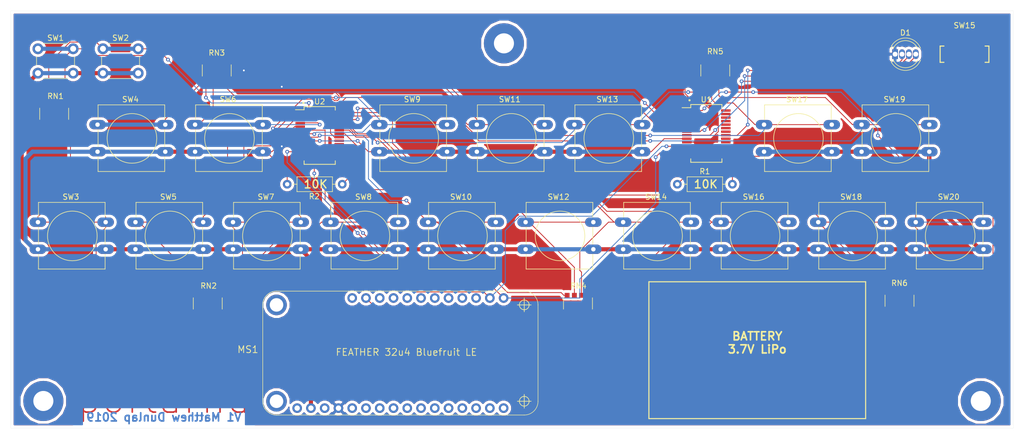
<source format=kicad_pcb>
(kicad_pcb (version 20171130) (host pcbnew "(5.0.2)-1")
  (title_block (title portaMid) (date 2019-02-10) (rev v1) (company Dunlap.Media) (comment 1 "Matthew Dunlap"))
  (layers (0 Top signal) (31 Bottom signal) (36 B.SilkS user) (37 F.SilkS user) (38 B.Mask user) (39 F.Mask user) (44 Edge.Cuts user))
  (net 0 "")
  (net 1 C1)
  (net 2 C#1)
  (net 3 D1)
  (net 4 D#1)
  (net 5 E1)
  (net 6 F1)
  (net 7 F#1)
  (net 8 G1)
  (net 9 +3V3)
  (net 10 GND)
  (net 11 "Net-(U2-Pad11)")
  (net 12 "Net-(MS1-Pad18)")
  (net 13 "Net-(MS1-Pad17)")
  (net 14 "Net-(U2-Pad14)")
  (net 15 "Net-(U2-Pad19)")
  (net 16 "Net-(U2-Pad20)")
  (net 17 G#1)
  (net 18 A1)
  (net 19 A#1)
  (net 20 B1)
  (net 21 C2)
  (net 22 C#2)
  (net 23 D2)
  (net 24 D#2)
  (net 25 "Net-(U1-Pad28)")
  (net 26 "Net-(U1-Pad27)")
  (net 27 "Net-(U1-Pad26)")
  (net 28 "Net-(U1-Pad25)")
  (net 29 "Net-(U1-Pad24)")
  (net 30 "Net-(U1-Pad23)")
  (net 31 "Net-(U1-Pad22)")
  (net 32 "Net-(D1-Pad2)")
  (net 33 "Net-(U1-Pad20)")
  (net 34 "Net-(U1-Pad19)")
  (net 35 "Net-(U1-Pad14)")
  (net 36 "Net-(U1-Pad11)")
  (net 37 "Net-(D1-Pad3)")
  (net 38 "Net-(D1-Pad4)")
  (net 39 OCT+)
  (net 40 OCT-)
  (net 41 E2)
  (net 42 "Net-(MS1-Pad27)")
  (net 43 "Net-(SW15-Pad3)")
  (net 44 "Net-(MS1-Pad1)")
  (net 45 "Net-(MS1-Pad3)")
  (net 46 "Net-(MS1-Pad5)")
  (net 47 "Net-(MS1-Pad6)")
  (net 48 "Net-(MS1-Pad7)")
  (net 49 "Net-(MS1-Pad8)")
  (net 50 "Net-(MS1-Pad9)")
  (net 51 "Net-(MS1-Pad10)")
  (net 52 "Net-(MS1-Pad11)")
  (net 53 "Net-(MS1-Pad12)")
  (net 54 "Net-(MS1-Pad13)")
  (net 55 "Net-(MS1-Pad14)")
  (net 56 "Net-(MS1-Pad15)")
  (net 57 "Net-(MS1-Pad16)")
  (net 58 "Net-(MS1-Pad19)")
  (net 59 "Net-(MS1-Pad20)")
  (net 60 "Net-(MS1-Pad21)")
  (net 61 "Net-(MS1-Pad22)")
  (net 62 "Net-(MS1-Pad23)")
  (net 63 "Net-(MS1-Pad24)")
  (net 64 "Net-(MS1-Pad25)")
  (net 65 "Net-(MS1-Pad26)")
  (net 66 "Net-(MS1-Pad28)")
  (net 67 "Net-(U1-Pad4)")
  (net 68 "Net-(U1-Pad3)")
  (net 69 "Net-(U1-Pad2)")
  (net 70 "Net-(R1-Pad1)")
  (net 71 "Net-(R2-Pad2)")
  (net 72 "Net-(RN1-Pad2)")
  (net 73 "Net-(RN1-Pad3)")
  (net 74 "Net-(RN5-Pad4)")
  (net 75 "Net-(RN6-Pad5)")
  (net 76 "Net-(RN6-Pad6)")
  (module MountingHole:MountingHole_3.7mm_Pad (layer Top) (at 136 74)
    (fp_text reference "" hide)
    (fp_text value MountingHole_3.7mm_Pad)
    (pad 1 thru_hole circle (at 0 0) (size 7.4 7.4) (drill 3.7) (layers *.Cu *.Mask))
  )
  (module MountingHole:MountingHole_3.7mm_Pad (layer Top) (at 51 140)
    (fp_text reference "" hide)
    (fp_text value MountingHole_3.7mm_Pad)
    (pad 1 thru_hole circle (at 0 0) (size 7.4 7.4) (drill 3.7) (layers *.Cu *.Mask))
  )
  (module Resistor_SMD:R_Array_Convex_4x1206 (layer Top) (at 209 121.5 90)
    (fp_text reference RN6 (at 3.25 0) (layer F.SilkS))
    (fp_text value 1K)
    (pad 1 smd rect (at -1.5 -2 90) (size 0.9 0.9) (layers Top F.Paste F.Mask) (net 10 GND))
    (pad 4 smd rect (at -1.5 2 90) (size 0.9 0.9) (layers Top F.Paste F.Mask) (net 10 GND))
    (pad 2 smd rect (at -1.5 -0.66 90) (size 0.9 0.9) (layers Top F.Paste F.Mask) (net 10 GND))
    (pad 3 smd rect (at -1.5 0.66 90) (size 0.9 0.9) (layers Top F.Paste F.Mask) (net 10 GND))
    (pad 7 smd rect (at 1.5 -0.66 90) (size 0.9 0.9) (layers Top F.Paste F.Mask) (net 41 E2))
    (pad 8 smd rect (at 1.5 -2 90) (size 0.9 0.9) (layers Top F.Paste F.Mask) (net 23 D2))
    (pad 5 smd rect (at 1.5 2 90) (size 0.9 0.9) (layers Top F.Paste F.Mask) (net 75 "Net-(RN6-Pad5)"))
    (pad 6 smd rect (at 1.5 0.66 90) (size 0.9 0.9) (layers Top F.Paste F.Mask) (net 76 "Net-(RN6-Pad6)"))
  )
  (module Resistor_THT:R_Axial_DIN0207_L6.3mm_D2.5mm_P10.16mm_Horizontal (layer Top) (at 96 100)
    (fp_text reference R2 (at 5 2.25) (layer F.SilkS))
    (fp_text value 10K)
    (pad 2 thru_hole oval (at 10.16 0) (size 1.6 1.6) (drill 0.8) (layers *.Cu *.Mask) (net 71 "Net-(R2-Pad2)"))
    (pad 1 thru_hole circle (at 0 0) (size 1.6 1.6) (drill 0.8) (layers *.Cu *.Mask) (net 9 +3V3))
  )
  (module Resistor_THT:R_Axial_DIN0207_L6.3mm_D2.5mm_P10.16mm_Horizontal (layer Top) (at 168 100)
    (fp_text reference R1 (at 5.08 -2.37) (layer F.SilkS))
    (fp_text value 10K)
    (pad 1 thru_hole circle (at 0 0) (size 1.6 1.6) (drill 0.8) (layers *.Cu *.Mask) (net 70 "Net-(R1-Pad1)"))
    (pad 2 thru_hole oval (at 10.16 0) (size 1.6 1.6) (drill 0.8) (layers *.Cu *.Mask) (net 9 +3V3))
  )
  (module Resistor_SMD:R_Array_Convex_4x1206 (layer Top) (at 175 79 90)
    (fp_text reference RN5 (at 3.5 0) (layer F.SilkS))
    (fp_text value 1K)
    (pad 1 smd rect (at -1.5 -2 90) (size 0.9 0.9) (layers Top F.Paste F.Mask) (net 19 A#1))
    (pad 4 smd rect (at -1.5 2 90) (size 0.9 0.9) (layers Top F.Paste F.Mask) (net 74 "Net-(RN5-Pad4)"))
    (pad 2 smd rect (at -1.5 -0.66 90) (size 0.9 0.9) (layers Top F.Paste F.Mask) (net 22 C#2))
    (pad 3 smd rect (at -1.5 0.66 90) (size 0.9 0.9) (layers Top F.Paste F.Mask) (net 24 D#2))
    (pad 7 smd rect (at 1.5 -0.66 90) (size 0.9 0.9) (layers Top F.Paste F.Mask) (net 10 GND))
    (pad 8 smd rect (at 1.5 -2 90) (size 0.9 0.9) (layers Top F.Paste F.Mask) (net 10 GND))
    (pad 5 smd rect (at 1.5 2 90) (size 0.9 0.9) (layers Top F.Paste F.Mask) (net 10 GND))
    (pad 6 smd rect (at 1.5 0.66 90) (size 0.9 0.9) (layers Top F.Paste F.Mask) (net 10 GND))
  )
  (module Resistor_SMD:R_Array_Convex_4x1206 (layer Top) (at 149.66 122 90)
    (fp_text reference RN4 (at 3.25 0.09) (layer F.SilkS))
    (fp_text value 1K)
    (pad 6 smd rect (at 1.5 0.66 90) (size 0.9 0.9) (layers Top F.Paste F.Mask) (net 20 B1))
    (pad 5 smd rect (at 1.5 2 90) (size 0.9 0.9) (layers Top F.Paste F.Mask) (net 21 C2))
    (pad 8 smd rect (at 1.5 -2 90) (size 0.9 0.9) (layers Top F.Paste F.Mask) (net 8 G1))
    (pad 7 smd rect (at 1.5 -0.66 90) (size 0.9 0.9) (layers Top F.Paste F.Mask) (net 18 A1))
    (pad 3 smd rect (at -1.5 0.66 90) (size 0.9 0.9) (layers Top F.Paste F.Mask) (net 10 GND))
    (pad 2 smd rect (at -1.5 -0.66 90) (size 0.9 0.9) (layers Top F.Paste F.Mask) (net 10 GND))
    (pad 4 smd rect (at -1.5 2 90) (size 0.9 0.9) (layers Top F.Paste F.Mask) (net 10 GND))
    (pad 1 smd rect (at -1.5 -2 90) (size 0.9 0.9) (layers Top F.Paste F.Mask) (net 10 GND))
  )
  (module Resistor_SMD:R_Array_Convex_4x1206 (layer Top) (at 83 79 90)
    (fp_text reference RN3 (at 3.25 0) (layer F.SilkS))
    (fp_text value 1K)
    (pad 1 smd rect (at -1.5 -2 90) (size 0.9 0.9) (layers Top F.Paste F.Mask) (net 2 C#1))
    (pad 4 smd rect (at -1.5 2 90) (size 0.9 0.9) (layers Top F.Paste F.Mask) (net 17 G#1))
    (pad 2 smd rect (at -1.5 -0.66 90) (size 0.9 0.9) (layers Top F.Paste F.Mask) (net 4 D#1))
    (pad 3 smd rect (at -1.5 0.66 90) (size 0.9 0.9) (layers Top F.Paste F.Mask) (net 7 F#1))
    (pad 7 smd rect (at 1.5 -0.66 90) (size 0.9 0.9) (layers Top F.Paste F.Mask) (net 10 GND))
    (pad 8 smd rect (at 1.5 -2 90) (size 0.9 0.9) (layers Top F.Paste F.Mask) (net 10 GND))
    (pad 5 smd rect (at 1.5 2 90) (size 0.9 0.9) (layers Top F.Paste F.Mask) (net 10 GND))
    (pad 6 smd rect (at 1.5 0.66 90) (size 0.9 0.9) (layers Top F.Paste F.Mask) (net 10 GND))
  )
  (module Resistor_SMD:R_Array_Convex_4x1206 (layer Top) (at 81.34 122 90)
    (fp_text reference RN2 (at 3.25 0.16) (layer F.SilkS))
    (fp_text value 1K)
    (pad 6 smd rect (at 1.5 0.66 90) (size 0.9 0.9) (layers Top F.Paste F.Mask) (net 5 E1))
    (pad 5 smd rect (at 1.5 2 90) (size 0.9 0.9) (layers Top F.Paste F.Mask) (net 6 F1))
    (pad 8 smd rect (at 1.5 -2 90) (size 0.9 0.9) (layers Top F.Paste F.Mask) (net 1 C1))
    (pad 7 smd rect (at 1.5 -0.66 90) (size 0.9 0.9) (layers Top F.Paste F.Mask) (net 3 D1))
    (pad 3 smd rect (at -1.5 0.66 90) (size 0.9 0.9) (layers Top F.Paste F.Mask) (net 10 GND))
    (pad 2 smd rect (at -1.5 -0.66 90) (size 0.9 0.9) (layers Top F.Paste F.Mask) (net 10 GND))
    (pad 4 smd rect (at -1.5 2 90) (size 0.9 0.9) (layers Top F.Paste F.Mask) (net 10 GND))
    (pad 1 smd rect (at -1.5 -2 90) (size 0.9 0.9) (layers Top F.Paste F.Mask) (net 10 GND))
  )
  (module Resistor_SMD:R_Array_Convex_4x1206 (layer Top) (at 53 87 270)
    (fp_text reference RN1 (at -3.25 -0.25 180) (layer F.SilkS))
    (fp_text value 1K)
    (pad 1 smd rect (at -1.5 -2 270) (size 0.9 0.9) (layers Top F.Paste F.Mask) (net 40 OCT-))
    (pad 4 smd rect (at -1.5 2 270) (size 0.9 0.9) (layers Top F.Paste F.Mask) (net 39 OCT+))
    (pad 2 smd rect (at -1.5 -0.66 270) (size 0.9 0.9) (layers Top F.Paste F.Mask) (net 72 "Net-(RN1-Pad2)"))
    (pad 3 smd rect (at -1.5 0.66 270) (size 0.9 0.9) (layers Top F.Paste F.Mask) (net 73 "Net-(RN1-Pad3)"))
    (pad 7 smd rect (at 1.5 -0.66 270) (size 0.9 0.9) (layers Top F.Paste F.Mask) (net 10 GND))
    (pad 8 smd rect (at 1.5 -2 270) (size 0.9 0.9) (layers Top F.Paste F.Mask) (net 10 GND))
    (pad 5 smd rect (at 1.5 2 270) (size 0.9 0.9) (layers Top F.Paste F.Mask) (net 10 GND))
    (pad 6 smd rect (at 1.5 0.66 270) (size 0.9 0.9) (layers Top F.Paste F.Mask) (net 10 GND))
  )
  (module adafruit:FEATHERWING (layer Top) (at 91.49 142.59)
    (fp_text reference MS1 (at -2.74 -12.09) (layer F.SilkS) (effects (font (size 1.27 1.27))))
    (fp_text value "FEATHER 32u4 Bluefruit LE" (at 26.51 -11.59) (layer F.SilkS) (effects (font (size 1.27 1.27))))
    (pad 1 thru_hole circle (at 6.35 -1.27) (size 1.778 1.778) (drill 0.99822) (layers *.Cu *.Paste *.Mask) (net 44 "Net-(MS1-Pad1)"))
    (pad 2 thru_hole circle (at 8.89 -1.27) (size 1.778 1.778) (drill 0.99822) (layers *.Cu *.Paste *.Mask) (net 9 +3V3))
    (pad 3 thru_hole circle (at 11.43 -1.27) (size 1.778 1.778) (drill 0.99822) (layers *.Cu *.Paste *.Mask) (net 45 "Net-(MS1-Pad3)"))
    (pad 4 thru_hole circle (at 13.97 -1.27) (size 1.778 1.778) (drill 0.99822) (layers *.Cu *.Paste *.Mask) (net 10 GND))
    (pad 5 thru_hole circle (at 16.51 -1.27) (size 1.778 1.778) (drill 0.99822) (layers *.Cu *.Paste *.Mask) (net 46 "Net-(MS1-Pad5)"))
    (pad 6 thru_hole circle (at 19.05 -1.27) (size 1.778 1.778) (drill 0.99822) (layers *.Cu *.Paste *.Mask) (net 47 "Net-(MS1-Pad6)"))
    (pad 7 thru_hole circle (at 21.59 -1.27) (size 1.778 1.778) (drill 0.99822) (layers *.Cu *.Paste *.Mask) (net 48 "Net-(MS1-Pad7)"))
    (pad 8 thru_hole circle (at 24.13 -1.27) (size 1.778 1.778) (drill 0.99822) (layers *.Cu *.Paste *.Mask) (net 49 "Net-(MS1-Pad8)"))
    (pad 9 thru_hole circle (at 26.67 -1.27) (size 1.778 1.778) (drill 0.99822) (layers *.Cu *.Paste *.Mask) (net 50 "Net-(MS1-Pad9)"))
    (pad 10 thru_hole circle (at 29.21 -1.27) (size 1.778 1.778) (drill 0.99822) (layers *.Cu *.Paste *.Mask) (net 51 "Net-(MS1-Pad10)"))
    (pad 11 thru_hole circle (at 31.75 -1.27) (size 1.778 1.778) (drill 0.99822) (layers *.Cu *.Paste *.Mask) (net 52 "Net-(MS1-Pad11)"))
    (pad 12 thru_hole circle (at 34.29 -1.27) (size 1.778 1.778) (drill 0.99822) (layers *.Cu *.Paste *.Mask) (net 53 "Net-(MS1-Pad12)"))
    (pad 13 thru_hole circle (at 36.83 -1.27) (size 1.778 1.778) (drill 0.99822) (layers *.Cu *.Paste *.Mask) (net 54 "Net-(MS1-Pad13)"))
    (pad 14 thru_hole circle (at 39.37 -1.27) (size 1.778 1.778) (drill 0.99822) (layers *.Cu *.Paste *.Mask) (net 55 "Net-(MS1-Pad14)"))
    (pad 15 thru_hole circle (at 41.91 -1.27) (size 1.778 1.778) (drill 0.99822) (layers *.Cu *.Paste *.Mask) (net 56 "Net-(MS1-Pad15)"))
    (pad 16 thru_hole circle (at 44.45 -1.27) (size 1.778 1.778) (drill 0.99822) (layers *.Cu *.Paste *.Mask) (net 57 "Net-(MS1-Pad16)"))
    (pad 17 thru_hole circle (at 44.45 -21.59) (size 1.778 1.778) (drill 0.99822) (layers *.Cu *.Paste *.Mask) (net 13 "Net-(MS1-Pad17)"))
    (pad 18 thru_hole circle (at 41.91 -21.59) (size 1.778 1.778) (drill 0.99822) (layers *.Cu *.Paste *.Mask) (net 12 "Net-(MS1-Pad18)"))
    (pad 19 thru_hole circle (at 39.37 -21.59) (size 1.778 1.778) (drill 0.99822) (layers *.Cu *.Paste *.Mask) (net 58 "Net-(MS1-Pad19)"))
    (pad 20 thru_hole circle (at 36.83 -21.59) (size 1.778 1.778) (drill 0.99822) (layers *.Cu *.Paste *.Mask) (net 59 "Net-(MS1-Pad20)"))
    (pad 21 thru_hole circle (at 34.29 -21.59) (size 1.778 1.778) (drill 0.99822) (layers *.Cu *.Paste *.Mask) (net 60 "Net-(MS1-Pad21)"))
    (pad 22 thru_hole circle (at 31.75 -21.59) (size 1.778 1.778) (drill 0.99822) (layers *.Cu *.Paste *.Mask) (net 61 "Net-(MS1-Pad22)"))
    (pad 23 thru_hole circle (at 29.21 -21.59) (size 1.778 1.778) (drill 0.99822) (layers *.Cu *.Paste *.Mask) (net 62 "Net-(MS1-Pad23)"))
    (pad 24 thru_hole circle (at 26.67 -21.59) (size 1.778 1.778) (drill 0.99822) (layers *.Cu *.Paste *.Mask) (net 63 "Net-(MS1-Pad24)"))
    (pad 25 thru_hole circle (at 24.13 -21.59) (size 1.778 1.778) (drill 0.99822) (layers *.Cu *.Paste *.Mask) (net 64 "Net-(MS1-Pad25)"))
    (pad 26 thru_hole circle (at 21.59 -21.59) (size 1.778 1.778) (drill 0.99822) (layers *.Cu *.Paste *.Mask) (net 65 "Net-(MS1-Pad26)"))
    (pad 27 thru_hole circle (at 19.05 -21.59) (size 1.778 1.778) (drill 0.99822) (layers *.Cu *.Paste *.Mask) (net 42 "Net-(MS1-Pad27)"))
    (pad 28 thru_hole circle (at 16.51 -21.59) (size 1.778 1.778) (drill 0.99822) (layers *.Cu *.Paste *.Mask) (net 66 "Net-(MS1-Pad28)"))
    (pad P$1 thru_hole circle (at 2.54 -20.32) (size 3.81 3.81) (drill 2.49936) (layers *.Cu *.Paste *.Mask))
    (pad P$2 thru_hole circle (at 2.54 -2.54) (size 3.81 3.81) (drill 2.49936) (layers *.Cu *.Paste *.Mask))
  )
  (module bluetoothMidiController:SW_SMD_DPDT_JS202011SCQN (layer Top) (at 221 76)
    (fp_text reference SW15 (at 0 -5.3) (layer F.SilkS))
    (fp_text value PWR)
    (pad 1 smd rect (at -2.5 -2.75) (size 1.2 2.5) (layers Top F.Paste F.Mask) (net 10 GND))
    (pad 2 smd rect (at 0 -2.75) (size 1.2 2.5) (layers Top F.Paste F.Mask) (net 42 "Net-(MS1-Pad27)"))
    (pad 3 smd rect (at 2.5 -2.75) (size 1.2 2.5) (layers Top F.Paste F.Mask) (net 43 "Net-(SW15-Pad3)"))
    (pad 4 smd rect (at -2.5 2.75) (size 1.2 2.5) (layers Top F.Paste F.Mask))
    (pad 5 smd rect (at 0 2.75) (size 1.2 2.5) (layers Top F.Paste F.Mask))
    (pad 6 smd rect (at 2.5 2.75) (size 1.2 2.5) (layers Top F.Paste F.Mask))
  )
  (module Button_Switch_THT:SW_PUSH-12mm (layer Top) (at 212 107)
    (fp_text reference SW20 (at 6.08 -4.66) (layer F.SilkS))
    (fp_text value E2)
    (pad 2 thru_hole oval (at 0 5) (size 3.048 1.7272) (drill 0.8128) (layers *.Cu *.Mask) (net 9 +3V3))
    (pad 1 thru_hole oval (at 0 0) (size 3.048 1.7272) (drill 0.8128) (layers *.Cu *.Mask) (net 41 E2))
    (pad 2 thru_hole oval (at 12.5 5) (size 3.048 1.7272) (drill 0.8128) (layers *.Cu *.Mask) (net 9 +3V3))
    (pad 1 thru_hole oval (at 12.5 0) (size 3.048 1.7272) (drill 0.8128) (layers *.Cu *.Mask) (net 41 E2))
  )
  (module Button_Switch_THT:SW_PUSH-12mm (layer Top) (at 50 107)
    (fp_text reference SW3 (at 6.08 -4.66) (layer F.SilkS))
    (fp_text value C1)
    (pad 2 thru_hole oval (at 0 5) (size 3.048 1.7272) (drill 0.8128) (layers *.Cu *.Mask) (net 9 +3V3))
    (pad 1 thru_hole oval (at 0 0) (size 3.048 1.7272) (drill 0.8128) (layers *.Cu *.Mask) (net 1 C1))
    (pad 2 thru_hole oval (at 12.5 5) (size 3.048 1.7272) (drill 0.8128) (layers *.Cu *.Mask) (net 9 +3V3))
    (pad 1 thru_hole oval (at 12.5 0) (size 3.048 1.7272) (drill 0.8128) (layers *.Cu *.Mask) (net 1 C1))
  )
  (module Button_Switch_THT:SW_PUSH-12mm (layer Top) (at 61 89)
    (fp_text reference SW4 (at 6.08 -4.66) (layer F.SilkS))
    (fp_text value C#1)
    (pad 1 thru_hole oval (at 12.5 0) (size 3.048 1.7272) (drill 0.8128) (layers *.Cu *.Mask) (net 2 C#1))
    (pad 2 thru_hole oval (at 12.5 5) (size 3.048 1.7272) (drill 0.8128) (layers *.Cu *.Mask) (net 9 +3V3))
    (pad 1 thru_hole oval (at 0 0) (size 3.048 1.7272) (drill 0.8128) (layers *.Cu *.Mask) (net 2 C#1))
    (pad 2 thru_hole oval (at 0 5) (size 3.048 1.7272) (drill 0.8128) (layers *.Cu *.Mask) (net 9 +3V3))
  )
  (module Button_Switch_THT:SW_PUSH-12mm (layer Top) (at 68 107)
    (fp_text reference SW5 (at 6.08 -4.66) (layer F.SilkS))
    (fp_text value D1)
    (pad 2 thru_hole oval (at 0 5) (size 3.048 1.7272) (drill 0.8128) (layers *.Cu *.Mask) (net 9 +3V3))
    (pad 1 thru_hole oval (at 0 0) (size 3.048 1.7272) (drill 0.8128) (layers *.Cu *.Mask) (net 3 D1))
    (pad 2 thru_hole oval (at 12.5 5) (size 3.048 1.7272) (drill 0.8128) (layers *.Cu *.Mask) (net 9 +3V3))
    (pad 1 thru_hole oval (at 12.5 0) (size 3.048 1.7272) (drill 0.8128) (layers *.Cu *.Mask) (net 3 D1))
  )
  (module Button_Switch_THT:SW_PUSH-12mm (layer Top) (at 79 89)
    (fp_text reference SW6 (at 6.08 -4.66) (layer F.SilkS))
    (fp_text value D#1)
    (pad 1 thru_hole oval (at 12.5 0) (size 3.048 1.7272) (drill 0.8128) (layers *.Cu *.Mask) (net 4 D#1))
    (pad 2 thru_hole oval (at 12.5 5) (size 3.048 1.7272) (drill 0.8128) (layers *.Cu *.Mask) (net 9 +3V3))
    (pad 1 thru_hole oval (at 0 0) (size 3.048 1.7272) (drill 0.8128) (layers *.Cu *.Mask) (net 4 D#1))
    (pad 2 thru_hole oval (at 0 5) (size 3.048 1.7272) (drill 0.8128) (layers *.Cu *.Mask) (net 9 +3V3))
  )
  (module Button_Switch_THT:SW_PUSH-12mm (layer Top) (at 86 107)
    (fp_text reference SW7 (at 6.08 -4.66) (layer F.SilkS))
    (fp_text value E1)
    (pad 2 thru_hole oval (at 0 5) (size 3.048 1.7272) (drill 0.8128) (layers *.Cu *.Mask) (net 9 +3V3))
    (pad 1 thru_hole oval (at 0 0) (size 3.048 1.7272) (drill 0.8128) (layers *.Cu *.Mask) (net 5 E1))
    (pad 2 thru_hole oval (at 12.5 5) (size 3.048 1.7272) (drill 0.8128) (layers *.Cu *.Mask) (net 9 +3V3))
    (pad 1 thru_hole oval (at 12.5 0) (size 3.048 1.7272) (drill 0.8128) (layers *.Cu *.Mask) (net 5 E1))
  )
  (module Button_Switch_THT:SW_PUSH-12mm (layer Top) (at 113 89)
    (fp_text reference SW9 (at 6.08 -4.66) (layer F.SilkS))
    (fp_text value F#1)
    (pad 1 thru_hole oval (at 12.5 0) (size 3.048 1.7272) (drill 0.8128) (layers *.Cu *.Mask) (net 7 F#1))
    (pad 2 thru_hole oval (at 12.5 5) (size 3.048 1.7272) (drill 0.8128) (layers *.Cu *.Mask) (net 9 +3V3))
    (pad 1 thru_hole oval (at 0 0) (size 3.048 1.7272) (drill 0.8128) (layers *.Cu *.Mask) (net 7 F#1))
    (pad 2 thru_hole oval (at 0 5) (size 3.048 1.7272) (drill 0.8128) (layers *.Cu *.Mask) (net 9 +3V3))
  )
  (module Button_Switch_THT:SW_PUSH-12mm (layer Top) (at 194 107)
    (fp_text reference SW18 (at 6.08 -4.66) (layer F.SilkS))
    (fp_text value D2)
    (pad 2 thru_hole oval (at 0 5) (size 3.048 1.7272) (drill 0.8128) (layers *.Cu *.Mask) (net 9 +3V3))
    (pad 1 thru_hole oval (at 0 0) (size 3.048 1.7272) (drill 0.8128) (layers *.Cu *.Mask) (net 23 D2))
    (pad 2 thru_hole oval (at 12.5 5) (size 3.048 1.7272) (drill 0.8128) (layers *.Cu *.Mask) (net 9 +3V3))
    (pad 1 thru_hole oval (at 12.5 0) (size 3.048 1.7272) (drill 0.8128) (layers *.Cu *.Mask) (net 23 D2))
  )
  (module Button_Switch_THT:SW_PUSH-12mm (layer Top) (at 184 89)
    (fp_text reference SW17 (at 6.08 -4.66) (layer F.SilkS))
    (fp_text value C#2)
    (pad 1 thru_hole oval (at 12.5 0) (size 3.048 1.7272) (drill 0.8128) (layers *.Cu *.Mask) (net 22 C#2))
    (pad 2 thru_hole oval (at 12.5 5) (size 3.048 1.7272) (drill 0.8128) (layers *.Cu *.Mask) (net 9 +3V3))
    (pad 1 thru_hole oval (at 0 0) (size 3.048 1.7272) (drill 0.8128) (layers *.Cu *.Mask) (net 22 C#2))
    (pad 2 thru_hole oval (at 0 5) (size 3.048 1.7272) (drill 0.8128) (layers *.Cu *.Mask) (net 9 +3V3))
  )
  (module Button_Switch_THT:SW_PUSH-12mm (layer Top) (at 158 107)
    (fp_text reference SW14 (at 6.08 -4.66) (layer F.SilkS))
    (fp_text value B1)
    (pad 2 thru_hole oval (at 0 5) (size 3.048 1.7272) (drill 0.8128) (layers *.Cu *.Mask) (net 9 +3V3))
    (pad 1 thru_hole oval (at 0 0) (size 3.048 1.7272) (drill 0.8128) (layers *.Cu *.Mask) (net 20 B1))
    (pad 2 thru_hole oval (at 12.5 5) (size 3.048 1.7272) (drill 0.8128) (layers *.Cu *.Mask) (net 9 +3V3))
    (pad 1 thru_hole oval (at 12.5 0) (size 3.048 1.7272) (drill 0.8128) (layers *.Cu *.Mask) (net 20 B1))
  )
  (module Button_Switch_THT:SW_PUSH-12mm (layer Top) (at 149 89)
    (fp_text reference SW13 (at 6.08 -4.66) (layer F.SilkS))
    (fp_text value A#1)
    (pad 1 thru_hole oval (at 12.5 0) (size 3.048 1.7272) (drill 0.8128) (layers *.Cu *.Mask) (net 19 A#1))
    (pad 2 thru_hole oval (at 12.5 5) (size 3.048 1.7272) (drill 0.8128) (layers *.Cu *.Mask) (net 9 +3V3))
    (pad 1 thru_hole oval (at 0 0) (size 3.048 1.7272) (drill 0.8128) (layers *.Cu *.Mask) (net 19 A#1))
    (pad 2 thru_hole oval (at 0 5) (size 3.048 1.7272) (drill 0.8128) (layers *.Cu *.Mask) (net 9 +3V3))
  )
  (module Button_Switch_THT:SW_PUSH-12mm (layer Top) (at 140 107)
    (fp_text reference SW12 (at 6.08 -4.66) (layer F.SilkS))
    (fp_text value A1)
    (pad 2 thru_hole oval (at 0 5) (size 3.048 1.7272) (drill 0.8128) (layers *.Cu *.Mask) (net 9 +3V3))
    (pad 1 thru_hole oval (at 0 0) (size 3.048 1.7272) (drill 0.8128) (layers *.Cu *.Mask) (net 18 A1))
    (pad 2 thru_hole oval (at 12.5 5) (size 3.048 1.7272) (drill 0.8128) (layers *.Cu *.Mask) (net 9 +3V3))
    (pad 1 thru_hole oval (at 12.5 0) (size 3.048 1.7272) (drill 0.8128) (layers *.Cu *.Mask) (net 18 A1))
  )
  (module Button_Switch_THT:SW_PUSH-12mm (layer Top) (at 131 89)
    (fp_text reference SW11 (at 6.08 -4.66) (layer F.SilkS))
    (fp_text value G#1)
    (pad 1 thru_hole oval (at 12.5 0) (size 3.048 1.7272) (drill 0.8128) (layers *.Cu *.Mask) (net 17 G#1))
    (pad 2 thru_hole oval (at 12.5 5) (size 3.048 1.7272) (drill 0.8128) (layers *.Cu *.Mask) (net 9 +3V3))
    (pad 1 thru_hole oval (at 0 0) (size 3.048 1.7272) (drill 0.8128) (layers *.Cu *.Mask) (net 17 G#1))
    (pad 2 thru_hole oval (at 0 5) (size 3.048 1.7272) (drill 0.8128) (layers *.Cu *.Mask) (net 9 +3V3))
  )
  (module Button_Switch_THT:SW_PUSH-12mm (layer Top) (at 104 107)
    (fp_text reference SW8 (at 6.08 -4.66) (layer F.SilkS))
    (fp_text value F1)
    (pad 2 thru_hole oval (at 0 5) (size 3.048 1.7272) (drill 0.8128) (layers *.Cu *.Mask) (net 9 +3V3))
    (pad 1 thru_hole oval (at 0 0) (size 3.048 1.7272) (drill 0.8128) (layers *.Cu *.Mask) (net 6 F1))
    (pad 2 thru_hole oval (at 12.5 5) (size 3.048 1.7272) (drill 0.8128) (layers *.Cu *.Mask) (net 9 +3V3))
    (pad 1 thru_hole oval (at 12.5 0) (size 3.048 1.7272) (drill 0.8128) (layers *.Cu *.Mask) (net 6 F1))
  )
  (module Button_Switch_THT:SW_PUSH-12mm (layer Top) (at 122 107)
    (fp_text reference SW10 (at 6.08 -4.66) (layer F.SilkS))
    (fp_text value G1)
    (pad 1 thru_hole oval (at 12.5 0) (size 3.048 1.7272) (drill 0.8128) (layers *.Cu *.Mask) (net 8 G1))
    (pad 2 thru_hole oval (at 12.5 5) (size 3.048 1.7272) (drill 0.8128) (layers *.Cu *.Mask) (net 9 +3V3))
    (pad 1 thru_hole oval (at 0 0) (size 3.048 1.7272) (drill 0.8128) (layers *.Cu *.Mask) (net 8 G1))
    (pad 2 thru_hole oval (at 0 5) (size 3.048 1.7272) (drill 0.8128) (layers *.Cu *.Mask) (net 9 +3V3))
  )
  (module Button_Switch_THT:SW_PUSH-12mm (layer Top) (at 202 89)
    (fp_text reference SW19 (at 6.08 -4.66) (layer F.SilkS))
    (fp_text value D#2)
    (pad 2 thru_hole oval (at 0 5) (size 3.048 1.7272) (drill 0.8128) (layers *.Cu *.Mask) (net 9 +3V3))
    (pad 1 thru_hole oval (at 0 0) (size 3.048 1.7272) (drill 0.8128) (layers *.Cu *.Mask) (net 24 D#2))
    (pad 2 thru_hole oval (at 12.5 5) (size 3.048 1.7272) (drill 0.8128) (layers *.Cu *.Mask) (net 9 +3V3))
    (pad 1 thru_hole oval (at 12.5 0) (size 3.048 1.7272) (drill 0.8128) (layers *.Cu *.Mask) (net 24 D#2))
  )
  (module Button_Switch_THT:SW_PUSH-12mm (layer Top) (at 176 107)
    (fp_text reference SW16 (at 6.08 -4.66) (layer F.SilkS))
    (fp_text value C2)
    (pad 1 thru_hole oval (at 12.5 0) (size 3.048 1.7272) (drill 0.8128) (layers *.Cu *.Mask) (net 21 C2))
    (pad 2 thru_hole oval (at 12.5 5) (size 3.048 1.7272) (drill 0.8128) (layers *.Cu *.Mask) (net 9 +3V3))
    (pad 1 thru_hole oval (at 0 0) (size 3.048 1.7272) (drill 0.8128) (layers *.Cu *.Mask) (net 21 C2))
    (pad 2 thru_hole oval (at 0 5) (size 3.048 1.7272) (drill 0.8128) (layers *.Cu *.Mask) (net 9 +3V3))
  )
  (module Button_Switch_THT:SW_PUSH_6mm (layer Top) (at 50 75)
    (fp_text reference SW1 (at 3.25 -2) (layer F.SilkS))
    (fp_text value OCT-)
    (pad 1 thru_hole circle (at 6.5 0 90) (size 2 2) (drill 1.1) (layers *.Cu *.Mask) (net 40 OCT-))
    (pad 2 thru_hole circle (at 6.5 4.5 90) (size 2 2) (drill 1.1) (layers *.Cu *.Mask) (net 9 +3V3))
    (pad 1 thru_hole circle (at 0 0 90) (size 2 2) (drill 1.1) (layers *.Cu *.Mask) (net 40 OCT-))
    (pad 2 thru_hole circle (at 0 4.5 90) (size 2 2) (drill 1.1) (layers *.Cu *.Mask) (net 9 +3V3))
  )
  (module Button_Switch_THT:SW_PUSH_6mm (layer Top) (at 62 75)
    (fp_text reference SW2 (at 3.25 -2) (layer F.SilkS))
    (fp_text value OCT+)
    (pad 2 thru_hole circle (at 0 4.5 90) (size 2 2) (drill 1.1) (layers *.Cu *.Mask) (net 9 +3V3))
    (pad 1 thru_hole circle (at 0 0 90) (size 2 2) (drill 1.1) (layers *.Cu *.Mask) (net 39 OCT+))
    (pad 2 thru_hole circle (at 6.5 4.5 90) (size 2 2) (drill 1.1) (layers *.Cu *.Mask) (net 9 +3V3))
    (pad 1 thru_hole circle (at 6.5 0 90) (size 2 2) (drill 1.1) (layers *.Cu *.Mask) (net 39 OCT+))
  )
  (module LED_THT:LED_D5.0mm-4_RGB (layer Top) (at 208.19 76)
    (fp_text reference D1 (at 1.905 -3.96) (layer F.SilkS))
    (fp_text value LED_CRGB)
    (pad 1 thru_hole rect (at 0 0) (size 1.07 1.8) (drill 0.9) (layers *.Cu *.Mask) (net 10 GND))
    (pad 2 thru_hole oval (at 1.27 0) (size 1.07 1.8) (drill 0.9) (layers *.Cu *.Mask) (net 32 "Net-(D1-Pad2)"))
    (pad 3 thru_hole oval (at 2.54 0) (size 1.07 1.8) (drill 0.9) (layers *.Cu *.Mask) (net 37 "Net-(D1-Pad3)"))
    (pad 4 thru_hole oval (at 3.81 0) (size 1.07 1.8) (drill 0.9) (layers *.Cu *.Mask) (net 38 "Net-(D1-Pad4)"))
  )
  (module Package_SO:SSOP-28_5.3x10.2mm_P0.65mm (layer Top) (at 173.35 90.625)
    (fp_text reference U1 (at 0 -6.25) (layer F.SilkS))
    (fp_text value MCP23017_SS)
    (pad 28 smd rect (at 3.6 -4.225) (size 1.75 0.45) (layers Top F.Paste F.Mask) (net 25 "Net-(U1-Pad28)"))
    (pad 27 smd rect (at 3.6 -3.575) (size 1.75 0.45) (layers Top F.Paste F.Mask) (net 26 "Net-(U1-Pad27)"))
    (pad 26 smd rect (at 3.6 -2.925) (size 1.75 0.45) (layers Top F.Paste F.Mask) (net 27 "Net-(U1-Pad26)"))
    (pad 25 smd rect (at 3.6 -2.275) (size 1.75 0.45) (layers Top F.Paste F.Mask) (net 28 "Net-(U1-Pad25)"))
    (pad 24 smd rect (at 3.6 -1.625) (size 1.75 0.45) (layers Top F.Paste F.Mask) (net 29 "Net-(U1-Pad24)"))
    (pad 23 smd rect (at 3.6 -0.975) (size 1.75 0.45) (layers Top F.Paste F.Mask) (net 30 "Net-(U1-Pad23)"))
    (pad 22 smd rect (at 3.6 -0.325) (size 1.75 0.45) (layers Top F.Paste F.Mask) (net 31 "Net-(U1-Pad22)"))
    (pad 21 smd rect (at 3.6 0.325) (size 1.75 0.45) (layers Top F.Paste F.Mask) (net 32 "Net-(D1-Pad2)"))
    (pad 20 smd rect (at 3.6 0.975) (size 1.75 0.45) (layers Top F.Paste F.Mask) (net 33 "Net-(U1-Pad20)"))
    (pad 19 smd rect (at 3.6 1.625) (size 1.75 0.45) (layers Top F.Paste F.Mask) (net 34 "Net-(U1-Pad19)"))
    (pad 18 smd rect (at 3.6 2.275) (size 1.75 0.45) (layers Top F.Paste F.Mask) (net 70 "Net-(R1-Pad1)"))
    (pad 17 smd rect (at 3.6 2.925) (size 1.75 0.45) (layers Top F.Paste F.Mask) (net 10 GND))
    (pad 16 smd rect (at 3.6 3.575) (size 1.75 0.45) (layers Top F.Paste F.Mask) (net 10 GND))
    (pad 15 smd rect (at 3.6 4.225) (size 1.75 0.45) (layers Top F.Paste F.Mask) (net 9 +3V3))
    (pad 14 smd rect (at -3.6 4.225) (size 1.75 0.45) (layers Top F.Paste F.Mask) (net 35 "Net-(U1-Pad14)"))
    (pad 13 smd rect (at -3.6 3.575) (size 1.75 0.45) (layers Top F.Paste F.Mask) (net 13 "Net-(MS1-Pad17)"))
    (pad 12 smd rect (at -3.6 2.925) (size 1.75 0.45) (layers Top F.Paste F.Mask) (net 12 "Net-(MS1-Pad18)"))
    (pad 11 smd rect (at -3.6 2.275) (size 1.75 0.45) (layers Top F.Paste F.Mask) (net 36 "Net-(U1-Pad11)"))
    (pad 10 smd rect (at -3.6 1.625) (size 1.75 0.45) (layers Top F.Paste F.Mask) (net 10 GND))
    (pad 9 smd rect (at -3.6 0.975) (size 1.75 0.45) (layers Top F.Paste F.Mask) (net 9 +3V3))
    (pad 8 smd rect (at -3.6 0.325) (size 1.75 0.45) (layers Top F.Paste F.Mask) (net 37 "Net-(D1-Pad3)"))
    (pad 7 smd rect (at -3.6 -0.325) (size 1.75 0.45) (layers Top F.Paste F.Mask) (net 38 "Net-(D1-Pad4)"))
    (pad 6 smd rect (at -3.6 -0.975) (size 1.75 0.45) (layers Top F.Paste F.Mask) (net 39 OCT+))
    (pad 5 smd rect (at -3.6 -1.625) (size 1.75 0.45) (layers Top F.Paste F.Mask) (net 40 OCT-))
    (pad 4 smd rect (at -3.6 -2.275) (size 1.75 0.45) (layers Top F.Paste F.Mask) (net 67 "Net-(U1-Pad4)"))
    (pad 3 smd rect (at -3.6 -2.925) (size 1.75 0.45) (layers Top F.Paste F.Mask) (net 68 "Net-(U1-Pad3)"))
    (pad 2 smd rect (at -3.6 -3.575) (size 1.75 0.45) (layers Top F.Paste F.Mask) (net 69 "Net-(U1-Pad2)"))
    (pad 1 smd rect (at -3.6 -4.225) (size 1.75 0.45) (layers Top F.Paste F.Mask) (net 41 E2))
  )
  (module Package_SO:SSOP-28_5.3x10.2mm_P0.65mm (layer Top) (at 102 91)
    (fp_text reference U2 (at 0 -6.25) (layer F.SilkS))
    (fp_text value MCP23017_SS)
    (pad 1 smd rect (at -3.6 -4.225) (size 1.75 0.45) (layers Top F.Paste F.Mask) (net 1 C1))
    (pad 2 smd rect (at -3.6 -3.575) (size 1.75 0.45) (layers Top F.Paste F.Mask) (net 2 C#1))
    (pad 3 smd rect (at -3.6 -2.925) (size 1.75 0.45) (layers Top F.Paste F.Mask) (net 3 D1))
    (pad 4 smd rect (at -3.6 -2.275) (size 1.75 0.45) (layers Top F.Paste F.Mask) (net 4 D#1))
    (pad 5 smd rect (at -3.6 -1.625) (size 1.75 0.45) (layers Top F.Paste F.Mask) (net 5 E1))
    (pad 6 smd rect (at -3.6 -0.975) (size 1.75 0.45) (layers Top F.Paste F.Mask) (net 6 F1))
    (pad 7 smd rect (at -3.6 -0.325) (size 1.75 0.45) (layers Top F.Paste F.Mask) (net 7 F#1))
    (pad 8 smd rect (at -3.6 0.325) (size 1.75 0.45) (layers Top F.Paste F.Mask) (net 8 G1))
    (pad 9 smd rect (at -3.6 0.975) (size 1.75 0.45) (layers Top F.Paste F.Mask) (net 9 +3V3))
    (pad 10 smd rect (at -3.6 1.625) (size 1.75 0.45) (layers Top F.Paste F.Mask) (net 10 GND))
    (pad 11 smd rect (at -3.6 2.275) (size 1.75 0.45) (layers Top F.Paste F.Mask) (net 11 "Net-(U2-Pad11)"))
    (pad 12 smd rect (at -3.6 2.925) (size 1.75 0.45) (layers Top F.Paste F.Mask) (net 12 "Net-(MS1-Pad18)"))
    (pad 13 smd rect (at -3.6 3.575) (size 1.75 0.45) (layers Top F.Paste F.Mask) (net 13 "Net-(MS1-Pad17)"))
    (pad 14 smd rect (at -3.6 4.225) (size 1.75 0.45) (layers Top F.Paste F.Mask) (net 14 "Net-(U2-Pad14)"))
    (pad 15 smd rect (at 3.6 4.225) (size 1.75 0.45) (layers Top F.Paste F.Mask) (net 10 GND))
    (pad 16 smd rect (at 3.6 3.575) (size 1.75 0.45) (layers Top F.Paste F.Mask) (net 10 GND))
    (pad 17 smd rect (at 3.6 2.925) (size 1.75 0.45) (layers Top F.Paste F.Mask) (net 10 GND))
    (pad 18 smd rect (at 3.6 2.275) (size 1.75 0.45) (layers Top F.Paste F.Mask) (net 71 "Net-(R2-Pad2)"))
    (pad 19 smd rect (at 3.6 1.625) (size 1.75 0.45) (layers Top F.Paste F.Mask) (net 15 "Net-(U2-Pad19)"))
    (pad 20 smd rect (at 3.6 0.975) (size 1.75 0.45) (layers Top F.Paste F.Mask) (net 16 "Net-(U2-Pad20)"))
    (pad 21 smd rect (at 3.6 0.325) (size 1.75 0.45) (layers Top F.Paste F.Mask) (net 17 G#1))
    (pad 22 smd rect (at 3.6 -0.325) (size 1.75 0.45) (layers Top F.Paste F.Mask) (net 18 A1))
    (pad 23 smd rect (at 3.6 -0.975) (size 1.75 0.45) (layers Top F.Paste F.Mask) (net 19 A#1))
    (pad 24 smd rect (at 3.6 -1.625) (size 1.75 0.45) (layers Top F.Paste F.Mask) (net 20 B1))
    (pad 25 smd rect (at 3.6 -2.275) (size 1.75 0.45) (layers Top F.Paste F.Mask) (net 21 C2))
    (pad 26 smd rect (at 3.6 -2.925) (size 1.75 0.45) (layers Top F.Paste F.Mask) (net 22 C#2))
    (pad 27 smd rect (at 3.6 -3.575) (size 1.75 0.45) (layers Top F.Paste F.Mask) (net 23 D2))
    (pad 28 smd rect (at 3.6 -4.225) (size 1.75 0.45) (layers Top F.Paste F.Mask) (net 24 D#2))
  )
  (module MountingHole:MountingHole_3.7mm_Pad (layer Top) (at 224 140)
    (fp_text reference "" hide)
    (fp_text value MountingHole_3.7mm_Pad hide)
    (pad 1 thru_hole circle (at 0 0) (size 7.4 7.4) (drill 3.7) (layers *.Cu *.Mask))
  )
  (gr_text "V1 Matthew Dunlap 2019" (at 73.25 143) (layer Bottom) (effects (font (size 1.5 1.5) (thickness 0.3)) (justify mirror)))
  (gr_text portaMid (at 73.25 139.75) (layer Top) (effects (font (size 5 5) (thickness 0.3))))
  (gr_text "BATTERY\n3.7V LiPo" (at 182.75 129.25) (layer F.SilkS) (effects (font (size 1.5 1.5) (thickness 0.3))))
  (gr_line (start 162.75 118) (end 162.75 143.25) (layer F.SilkS) (width 0.2))
  (gr_line (start 162.75 143.25) (end 202.75 143.25) (layer F.SilkS) (width 0.2))
  (gr_line (start 202.75 118) (end 202.75 143.25) (layer F.SilkS) (width 0.2))
  (gr_line (start 162.75 118) (end 202.75 118) (layer F.SilkS) (width 0.2))
  (gr_text 10K (at 173.25 100) (layer F.SilkS) (effects (font (size 1.5 1.5) (thickness 0.25))))
  (gr_text 10K (at 101.25 100) (layer F.SilkS) (effects (font (size 1.5 1.5) (thickness 0.25))))
  (gr_circle (center 170.25 84.5) (end 170.35 84.5) (layer F.SilkS) (width 0.2))
  (gr_circle (center 99 85) (end 99.1 85) (layer F.SilkS) (width 0.2))
  (gr_line (start 45 145) (end 45 68) (layer Edge.Cuts) (width 0.0254))
  (gr_line (start 230 145) (end 45 145) (layer Edge.Cuts) (width 0.0254))
  (gr_line (start 230 68) (end 230 145) (layer Edge.Cuts) (width 0.0254))
  (gr_line (start 45 68) (end 230 68) (layer Edge.Cuts) (width 0.0254))
  (segment (start 97.225 86.775) (end 98.4 86.775) (width 0.1524) (layer Top) (net 1))
  (segment (start 93 91) (end 97.225 86.775) (width 0.1524) (layer Top) (net 1))
  (segment (start 62.5 107) (end 62.5 105.984) (width 0.1524) (layer Top) (net 1))
  (segment (start 56 99.484) (end 56 92) (width 0.1524) (layer Top) (net 1))
  (segment (start 56 92) (end 76 92) (width 0.1524) (layer Top) (net 1))
  (segment (start 76 92) (end 77 91) (width 0.1524) (layer Top) (net 1))
  (segment (start 77 91) (end 93 91) (width 0.1524) (layer Top) (net 1))
  (segment (start 50 105.984) (end 56 99.984) (width 0.1524) (layer Top) (net 1))
  (segment (start 50 107) (end 50 105.984) (width 0.1524) (layer Top) (net 1))
  (segment (start 56 99.984) (end 56 99) (width 0.1524) (layer Top) (net 1))
  (segment (start 79.34 120.5) (end 61.5 120.5) (width 0.1524) (layer Top) (net 1))
  (segment (start 62.5 108.016) (end 62.5 107) (width 0.1524) (layer Top) (net 1))
  (segment (start 60.74739 109.76861) (end 62.5 108.016) (width 0.1524) (layer Top) (net 1))
  (segment (start 60.74739 119.74739) (end 60.74739 109.76861) (width 0.1524) (layer Top) (net 1))
  (segment (start 61.5 120.5) (end 60.74739 119.74739) (width 0.1524) (layer Top) (net 1))
  (segment (start 60.8236 107) (end 50 107) (width 0.1524) (layer Top) (net 1))
  (segment (start 62.5 107) (end 60.8236 107) (width 0.1524) (layer Top) (net 1))
  (segment (start 63.286 89) (end 73.5 89) (width 0.762) (layer Bottom) (net 2))
  (segment (start 61 89) (end 63.286 89) (width 0.762) (layer Bottom) (net 2))
  (segment (start 80.984 80.5) (end 81 80.5) (width 0.1524) (layer Top) (net 2))
  (segment (start 73.5 87.984) (end 80.984 80.5) (width 0.1524) (layer Top) (net 2))
  (segment (start 73.5 89) (end 73.5 87.984) (width 0.1524) (layer Top) (net 2))
  (via (at 100 85) (size 0.6858) (drill 0.3302) (layers Top Bottom) (net 2))
  (segment (start 100 86.8524) (end 100 85) (width 0.1524) (layer Top) (net 2))
  (segment (start 98.4 87.425) (end 99.4274 87.425) (width 0.1524) (layer Top) (net 2))
  (segment (start 99.4274 87.425) (end 100 86.8524) (width 0.1524) (layer Top) (net 2))
  (via (at 81 84) (size 0.6858) (drill 0.3302) (layers Top Bottom) (net 2))
  (segment (start 100 85) (end 82 85) (width 0.1524) (layer Bottom) (net 2))
  (segment (start 82 85) (end 81 84) (width 0.1524) (layer Bottom) (net 2))
  (segment (start 81 84) (end 81 80.5) (width 0.1524) (layer Top) (net 2))
  (segment (start 97.3726 88.075) (end 98.4 88.075) (width 0.1524) (layer Top) (net 3))
  (segment (start 93.4476 92) (end 97.3726 88.075) (width 0.1524) (layer Top) (net 3))
  (segment (start 85 92) (end 93.4476 92) (width 0.1524) (layer Top) (net 3))
  (segment (start 85 101.484) (end 85 92) (width 0.1524) (layer Top) (net 3))
  (segment (start 80.5 105.984) (end 85 101.484) (width 0.1524) (layer Top) (net 3))
  (segment (start 80.5 107) (end 80.5 105.984) (width 0.1524) (layer Top) (net 3))
  (segment (start 68.6604 107) (end 68 107) (width 0.1524) (layer Top) (net 3))
  (segment (start 80.68 119.0196) (end 68.6604 107) (width 0.1524) (layer Top) (net 3))
  (segment (start 80.68 120.5) (end 80.68 119.0196) (width 0.1524) (layer Top) (net 3))
  (segment (start 68 107) (end 80.5 107) (width 0.1524) (layer Top) (net 3))
  (segment (start 81.286 89) (end 91.5 89) (width 0.762) (layer Bottom) (net 4))
  (segment (start 79 89) (end 81.286 89) (width 0.762) (layer Bottom) (net 4))
  (via (at 102 89) (size 0.6858) (drill 0.3302) (layers Top Bottom) (net 4))
  (segment (start 91.5 89) (end 102 89) (width 0.1524) (layer Bottom) (net 4))
  (segment (start 98.467899 88.657101) (end 98.4 88.725) (width 0.1524) (layer Top) (net 4))
  (segment (start 101.657101 88.657101) (end 98.467899 88.657101) (width 0.1524) (layer Top) (net 4))
  (segment (start 102 89) (end 101.657101 88.657101) (width 0.1524) (layer Top) (net 4))
  (segment (start 79.6604 89) (end 79 89) (width 0.1524) (layer Top) (net 4))
  (segment (start 82.34 86.3204) (end 79.6604 89) (width 0.1524) (layer Top) (net 4))
  (segment (start 82.34 80.5) (end 82.34 86.3204) (width 0.1524) (layer Top) (net 4))
  (segment (start 86 108.016) (end 86 107) (width 0.1524) (layer Top) (net 5))
  (segment (start 87.75261 109.76861) (end 86 108.016) (width 0.1524) (layer Top) (net 5))
  (segment (start 87.75261 114.14499) (end 87.75261 109.76861) (width 0.1524) (layer Top) (net 5))
  (segment (start 82 119.8976) (end 87.75261 114.14499) (width 0.1524) (layer Top) (net 5))
  (segment (start 82 120.5) (end 82 119.8976) (width 0.1524) (layer Top) (net 5))
  (segment (start 86 107) (end 98.5 107) (width 0.1524) (layer Top) (net 5))
  (segment (start 98.5 105.984) (end 88 95.484) (width 0.1524) (layer Top) (net 5))
  (segment (start 98.5 107) (end 98.5 105.984) (width 0.1524) (layer Top) (net 5))
  (segment (start 88 95.484) (end 88 93) (width 0.1524) (layer Top) (net 5))
  (segment (start 97.3726 89.375) (end 98.4 89.375) (width 0.1524) (layer Top) (net 5))
  (segment (start 97.370334 89.375) (end 97.3726 89.375) (width 0.1524) (layer Top) (net 5))
  (segment (start 93.837544 92.90779) (end 97.370334 89.375) (width 0.1524) (layer Top) (net 5))
  (segment (start 88.09221 92.90779) (end 93.837544 92.90779) (width 0.1524) (layer Top) (net 5))
  (segment (start 88 93) (end 88.09221 92.90779) (width 0.1524) (layer Top) (net 5))
  (segment (start 83.9424 120.5) (end 94.4424 110) (width 0.1524) (layer Top) (net 6))
  (segment (start 83.34 120.5) (end 83.9424 120.5) (width 0.1524) (layer Top) (net 6))
  (segment (start 102.3236 107) (end 104 107) (width 0.1524) (layer Top) (net 6))
  (segment (start 99.3236 110) (end 102.3236 107) (width 0.1524) (layer Top) (net 6))
  (segment (start 94.4424 110) (end 99.3236 110) (width 0.1524) (layer Top) (net 6))
  (segment (start 104 107) (end 104 104) (width 0.1524) (layer Top) (net 6))
  (segment (start 104 104) (end 103 103) (width 0.1524) (layer Top) (net 6))
  (segment (start 103 103) (end 103 90) (width 0.1524) (layer Top) (net 6))
  (segment (start 102.975 90.025) (end 98.4 90.025) (width 0.1524) (layer Top) (net 6))
  (segment (start 103 90) (end 102.975 90.025) (width 0.1524) (layer Top) (net 6))
  (segment (start 104 107) (end 116.5 107) (width 0.1524) (layer Top) (net 6))
  (via (at 101 90.7535) (size 0.6858) (drill 0.3302) (layers Top Bottom) (net 7))
  (segment (start 98.4 90.675) (end 100.9215 90.675) (width 0.1524) (layer Top) (net 7))
  (segment (start 100.9215 90.675) (end 101 90.7535) (width 0.1524) (layer Top) (net 7))
  (segment (start 111.3236 89) (end 113 89) (width 0.1524) (layer Bottom) (net 7))
  (segment (start 109.912999 90.410601) (end 111.3236 89) (width 0.1524) (layer Bottom) (net 7))
  (segment (start 101.342899 90.410601) (end 109.912999 90.410601) (width 0.1524) (layer Bottom) (net 7))
  (segment (start 101 90.7535) (end 101.342899 90.410601) (width 0.1524) (layer Bottom) (net 7))
  (via (at 105 84) (size 0.6858) (drill 0.3302) (layers Top Bottom) (net 7))
  (segment (start 86.5576 84) (end 105 84) (width 0.1524) (layer Top) (net 7))
  (segment (start 83.66 80.5) (end 83.66 81.1024) (width 0.1524) (layer Top) (net 7))
  (segment (start 83.66 81.1024) (end 86.5576 84) (width 0.1524) (layer Top) (net 7))
  (segment (start 113 87.984) (end 113 89) (width 0.1524) (layer Bottom) (net 7))
  (segment (start 109.016 84) (end 113 87.984) (width 0.1524) (layer Bottom) (net 7))
  (segment (start 105 84) (end 109.016 84) (width 0.1524) (layer Bottom) (net 7))
  (segment (start 113 89) (end 125.5 89) (width 0.1524) (layer Bottom) (net 7))
  (segment (start 147.0576 120.5) (end 146.5576 120) (width 0.1524) (layer Top) (net 8))
  (segment (start 147.66 120.5) (end 147.0576 120.5) (width 0.1524) (layer Top) (net 8))
  (segment (start 123.6764 107) (end 122 107) (width 0.1524) (layer Top) (net 8))
  (segment (start 136.6764 120) (end 123.6764 107) (width 0.1524) (layer Top) (net 8))
  (segment (start 146.5576 120) (end 136.6764 120) (width 0.1524) (layer Top) (net 8))
  (segment (start 122 107) (end 134.5 107) (width 0.1524) (layer Top) (net 8))
  (via (at 102 91) (size 0.6858) (drill 0.3302) (layers Top Bottom) (net 8))
  (segment (start 98.4 91.325) (end 101.675 91.325) (width 0.1524) (layer Top) (net 8))
  (segment (start 101.675 91.325) (end 102 91) (width 0.1524) (layer Top) (net 8))
  (segment (start 102 91) (end 110 91) (width 0.1524) (layer Bottom) (net 8))
  (segment (start 110 91) (end 111 92) (width 0.1524) (layer Bottom) (net 8))
  (segment (start 111 92) (end 111 99) (width 0.1524) (layer Bottom) (net 8))
  (via (at 118 103) (size 0.6858) (drill 0.3302) (layers Top Bottom) (net 8))
  (segment (start 111 99) (end 115 103) (width 0.1524) (layer Bottom) (net 8))
  (segment (start 115 103) (end 118 103) (width 0.1524) (layer Bottom) (net 8))
  (segment (start 118 103) (end 122 107) (width 0.1524) (layer Top) (net 8))
  (segment (start 134.52 112.02) (end 134.5 112) (width 0.1524) (layer Top) (net 9))
  (segment (start 62.5 112) (end 68 112) (width 0.762) (layer Top) (net 9))
  (segment (start 80.5 112) (end 86 112) (width 0.762) (layer Top) (net 9))
  (segment (start 98.5 112) (end 104 112) (width 0.762) (layer Top) (net 9))
  (segment (start 116.5 112) (end 122 112) (width 0.762) (layer Top) (net 9))
  (segment (start 134.5 112) (end 140 112) (width 0.762) (layer Top) (net 9))
  (segment (start 152.5 112) (end 158 112) (width 0.762) (layer Top) (net 9))
  (segment (start 170.5 112) (end 176 112) (width 0.762) (layer Top) (net 9))
  (segment (start 188.5 112) (end 194 112) (width 0.762) (layer Top) (net 9))
  (segment (start 206.5 112) (end 212 112) (width 0.762) (layer Top) (net 9))
  (segment (start 214.5 95.6256) (end 214.5 94) (width 0.762) (layer Top) (net 9))
  (segment (start 214.5 102.6604) (end 214.5 94.6256) (width 0.762) (layer Top) (net 9))
  (segment (start 223.8396 112) (end 214.5 102.6604) (width 0.762) (layer Top) (net 9))
  (segment (start 224.5 112) (end 223.8396 112) (width 0.762) (layer Top) (net 9))
  (segment (start 196.5 94) (end 202 94) (width 0.762) (layer Top) (net 9))
  (segment (start 168.7226 91.6) (end 169.75 91.6) (width 0.1524) (layer Top) (net 9))
  (segment (start 165.5764 91.6) (end 168.7226 91.6) (width 0.1524) (layer Top) (net 9))
  (segment (start 163.1764 94) (end 165.5764 91.6) (width 0.1524) (layer Top) (net 9))
  (segment (start 161.5 94) (end 163.1764 94) (width 0.1524) (layer Top) (net 9))
  (segment (start 149 94) (end 143.5 94) (width 0.762) (layer Top) (net 9))
  (segment (start 125.5 94) (end 131 94) (width 0.762) (layer Top) (net 9))
  (via (at 109 92) (size 0.6858) (drill 0.3302) (layers Top Bottom) (net 9))
  (segment (start 113 94) (end 111 94) (width 0.1524) (layer Top) (net 9))
  (segment (start 111 94) (end 109 92) (width 0.1524) (layer Top) (net 9))
  (via (at 102 92) (size 0.6858) (drill 0.3302) (layers Top Bottom) (net 9))
  (segment (start 109 92) (end 102 92) (width 0.1524) (layer Bottom) (net 9))
  (segment (start 98.425 92) (end 98.4 91.975) (width 0.1524) (layer Top) (net 9))
  (segment (start 102 92) (end 98.425 92) (width 0.1524) (layer Top) (net 9))
  (segment (start 113 94) (end 125.5 94) (width 0.762) (layer Bottom) (net 9))
  (segment (start 131 94) (end 143.5 94) (width 0.762) (layer Bottom) (net 9))
  (segment (start 149 94) (end 161.5 94) (width 0.762) (layer Bottom) (net 9))
  (segment (start 183.15 94.85) (end 184 94) (width 0.1524) (layer Top) (net 9))
  (segment (start 176.95 94.85) (end 183.15 94.85) (width 0.1524) (layer Top) (net 9))
  (segment (start 184 94) (end 196.5 94) (width 0.762) (layer Bottom) (net 9))
  (segment (start 202 94) (end 214.5 94) (width 0.762) (layer Bottom) (net 9))
  (segment (start 212 112) (end 224.5 112) (width 0.762) (layer Bottom) (net 9))
  (segment (start 194 112) (end 206.5 112) (width 0.762) (layer Bottom) (net 9))
  (segment (start 176 112) (end 188.5 112) (width 0.762) (layer Bottom) (net 9))
  (segment (start 158 112) (end 170.5 112) (width 0.762) (layer Bottom) (net 9))
  (segment (start 140 112) (end 152.5 112) (width 0.762) (layer Bottom) (net 9))
  (segment (start 122 112) (end 134.5 112) (width 0.762) (layer Bottom) (net 9))
  (segment (start 104 112) (end 116.5 112) (width 0.762) (layer Bottom) (net 9))
  (segment (start 88.286 112) (end 98.5 112) (width 0.762) (layer Bottom) (net 9))
  (segment (start 86 112) (end 88.286 112) (width 0.762) (layer Bottom) (net 9))
  (segment (start 68 112) (end 80.5 112) (width 0.762) (layer Bottom) (net 9))
  (segment (start 52.286 112) (end 62.5 112) (width 0.762) (layer Bottom) (net 9))
  (segment (start 50 112) (end 52.286 112) (width 0.762) (layer Bottom) (net 9))
  (segment (start 61 94) (end 73.5 94) (width 0.762) (layer Bottom) (net 9))
  (segment (start 79 94) (end 91.5 94) (width 0.762) (layer Bottom) (net 9))
  (segment (start 47.714 110.3744) (end 47.714 95.286) (width 0.762) (layer Bottom) (net 9))
  (segment (start 50 112) (end 49.3396 112) (width 0.762) (layer Bottom) (net 9))
  (segment (start 49.3396 112) (end 47.714 110.3744) (width 0.762) (layer Bottom) (net 9))
  (segment (start 49 94) (end 61 94) (width 0.762) (layer Bottom) (net 9))
  (segment (start 47.714 95.286) (end 49 94) (width 0.762) (layer Bottom) (net 9))
  (segment (start 73.5 94) (end 79 94) (width 0.762) (layer Top) (net 9))
  (segment (start 97.3726 91.975) (end 98.4 91.975) (width 0.1524) (layer Top) (net 9))
  (segment (start 95.2014 91.975) (end 97.3726 91.975) (width 0.1524) (layer Top) (net 9))
  (segment (start 93.1764 94) (end 95.2014 91.975) (width 0.1524) (layer Top) (net 9))
  (segment (start 91.5 94) (end 93.1764 94) (width 0.1524) (layer Top) (net 9))
  (segment (start 49.3396 112) (end 47 109.6604) (width 0.762) (layer Top) (net 9))
  (segment (start 50 112) (end 49.3396 112) (width 0.762) (layer Top) (net 9))
  (segment (start 47 82.5) (end 50 79.5) (width 0.762) (layer Top) (net 9))
  (segment (start 47 109.6604) (end 47 82.5) (width 0.762) (layer Top) (net 9))
  (segment (start 56.5 79.5) (end 62 79.5) (width 0.762) (layer Top) (net 9))
  (segment (start 50 79.5) (end 56.5 79.5) (width 0.762) (layer Bottom) (net 9))
  (segment (start 62 79.5) (end 68.5 79.5) (width 0.762) (layer Bottom) (net 9))
  (segment (start 92.1604 94) (end 91.5 94) (width 0.1524) (layer Top) (net 9))
  (segment (start 96 97.8396) (end 92.1604 94) (width 0.1524) (layer Top) (net 9))
  (segment (start 96 100) (end 96 97.8396) (width 0.1524) (layer Top) (net 9))
  (segment (start 177.6 94.85) (end 176.95 94.85) (width 0.1524) (layer Top) (net 9))
  (segment (start 178.16 95.41) (end 177.6 94.85) (width 0.1524) (layer Top) (net 9))
  (segment (start 178.16 100) (end 178.16 95.41) (width 0.1524) (layer Top) (net 9))
  (segment (start 100.38 113.88) (end 98.5 112) (width 0.762) (layer Top) (net 9))
  (segment (start 100.38 141.32) (end 100.38 113.88) (width 0.762) (layer Top) (net 9))
  (via (at 88 79) (size 0.6858) (drill 0.3302) (layers Top Bottom) (net 10))
  (segment (start 85 77.5) (end 86.5 77.5) (width 0.1524) (layer Top) (net 10))
  (segment (start 86.5 77.5) (end 88 79) (width 0.1524) (layer Top) (net 10))
  (segment (start 88 79) (end 91 82) (width 0.1524) (layer Bottom) (net 10))
  (via (at 95 82) (size 0.6858) (drill 0.3302) (layers Top Bottom) (net 10))
  (segment (start 91 82) (end 95 82) (width 0.1524) (layer Bottom) (net 10))
  (via (at 93.374352 89.711931) (size 0.6858) (drill 0.3302) (layers Top Bottom) (net 10))
  (segment (start 98.781473 84.30481) (end 93.374352 89.711931) (width 0.1524) (layer Top) (net 10))
  (segment (start 103.845822 82) (end 105.571501 83.725679) (width 0.1524) (layer Top) (net 10))
  (segment (start 104.458988 84.30481) (end 98.781473 84.30481) (width 0.1524) (layer Top) (net 10))
  (segment (start 105.571501 83.725679) (end 105.571501 84.274321) (width 0.1524) (layer Top) (net 10))
  (segment (start 105.571501 84.274321) (end 105.274321 84.571501) (width 0.1524) (layer Top) (net 10))
  (segment (start 95 82) (end 103.845822 82) (width 0.1524) (layer Top) (net 10))
  (segment (start 105.274321 84.571501) (end 104.725679 84.571501) (width 0.1524) (layer Top) (net 10))
  (segment (start 104.725679 84.571501) (end 104.458988 84.30481) (width 0.1524) (layer Top) (net 10))
  (via (at 95 93) (size 0.6858) (drill 0.3302) (layers Top Bottom) (net 10))
  (segment (start 93.374352 89.711931) (end 95 91.337579) (width 0.1524) (layer Bottom) (net 10))
  (segment (start 95 91.337579) (end 95 93) (width 0.1524) (layer Bottom) (net 10))
  (segment (start 95.375 92.625) (end 98.4 92.625) (width 0.1524) (layer Top) (net 10))
  (segment (start 95 93) (end 95.375 92.625) (width 0.1524) (layer Top) (net 10))
  (segment (start 170.7774 92.25) (end 169.75 92.25) (width 0.1524) (layer Top) (net 10))
  (segment (start 173.595822 92.25) (end 170.7774 92.25) (width 0.1524) (layer Top) (net 10))
  (segment (start 175.571501 90.274321) (end 173.595822 92.25) (width 0.1524) (layer Top) (net 10))
  (segment (start 175.571501 87.725679) (end 175.571501 90.274321) (width 0.1524) (layer Top) (net 10))
  (segment (start 172.845822 85) (end 175.571501 87.725679) (width 0.1524) (layer Top) (net 10))
  (segment (start 169.428499 83.274321) (end 171.154178 85) (width 0.1524) (layer Top) (net 10))
  (segment (start 169.428499 80.469101) (end 169.428499 83.274321) (width 0.1524) (layer Top) (net 10))
  (segment (start 171.154178 85) (end 172.845822 85) (width 0.1524) (layer Top) (net 10))
  (segment (start 172.3976 77.5) (end 169.428499 80.469101) (width 0.1524) (layer Top) (net 10))
  (segment (start 173 77.5) (end 172.3976 77.5) (width 0.1524) (layer Top) (net 10))
  (segment (start 177.9774 94.2) (end 178.1774 94) (width 0.1524) (layer Top) (net 10))
  (segment (start 176.95 94.2) (end 177.9774 94.2) (width 0.1524) (layer Top) (net 10))
  (segment (start 178.1774 94) (end 179 94) (width 0.1524) (layer Top) (net 10))
  (segment (start 176.95 93.55) (end 178.55 93.55) (width 0.1524) (layer Top) (net 10))
  (segment (start 104.5726 93.925) (end 104.4976 94) (width 0.1524) (layer Top) (net 10))
  (segment (start 105.6 93.925) (end 104.5726 93.925) (width 0.1524) (layer Top) (net 10))
  (segment (start 104.4976 94) (end 104 94) (width 0.1524) (layer Top) (net 10))
  (segment (start 104.5726 94.575) (end 104.4976 94.5) (width 0.1524) (layer Top) (net 10))
  (segment (start 105.6 94.575) (end 104.5726 94.575) (width 0.1524) (layer Top) (net 10))
  (segment (start 104.4976 94.5) (end 104 94.5) (width 0.1524) (layer Top) (net 10))
  (via (at 109 109) (size 0.6858) (drill 0.3302) (layers Top Bottom) (net 12))
  (segment (start 119.882399 119.882399) (end 109 109) (width 0.1524) (layer Top) (net 12))
  (segment (start 133.4 121) (end 132.282399 119.882399) (width 0.1524) (layer Top) (net 12))
  (segment (start 132.282399 119.882399) (end 119.882399 119.882399) (width 0.1524) (layer Top) (net 12))
  (via (at 96 94) (size 0.6858) (drill 0.3302) (layers Top Bottom) (net 12))
  (segment (start 109 109) (end 96 96) (width 0.1524) (layer Bottom) (net 12))
  (segment (start 96 96) (end 96 94) (width 0.1524) (layer Bottom) (net 12))
  (segment (start 96 94) (end 98 94) (width 0.1524) (layer Top) (net 12))
  (via (at 166 93) (size 0.6858) (drill 0.3302) (layers Top Bottom) (net 12))
  (segment (start 168.1726 93) (end 166 93) (width 0.1524) (layer Top) (net 12))
  (segment (start 169.75 93.55) (end 168.7226 93.55) (width 0.1524) (layer Top) (net 12))
  (segment (start 168.7226 93.55) (end 168.1726 93) (width 0.1524) (layer Top) (net 12))
  (segment (start 134.288999 120.111001) (end 133.4 121) (width 0.1524) (layer Bottom) (net 12))
  (segment (start 136.25261 118.14739) (end 134.288999 120.111001) (width 0.1524) (layer Bottom) (net 12))
  (segment (start 136.25261 108.542372) (end 136.25261 118.14739) (width 0.1524) (layer Bottom) (net 12))
  (segment (start 138.887192 105.90779) (end 136.25261 108.542372) (width 0.1524) (layer Bottom) (net 12))
  (segment (start 152.246388 105.90779) (end 138.887192 105.90779) (width 0.1524) (layer Bottom) (net 12))
  (segment (start 165.154178 93) (end 152.246388 105.90779) (width 0.1524) (layer Bottom) (net 12))
  (segment (start 166 93) (end 165.154178 93) (width 0.1524) (layer Bottom) (net 12))
  (segment (start 135.94 121) (end 133.94 119) (width 0.1524) (layer Top) (net 13))
  (segment (start 133.94 119) (end 120 119) (width 0.1524) (layer Top) (net 13))
  (via (at 110 109) (size 0.6858) (drill 0.3302) (layers Top Bottom) (net 13))
  (segment (start 120 119) (end 110 109) (width 0.1524) (layer Top) (net 13))
  (via (at 101 98) (size 0.6858) (drill 0.3302) (layers Top Bottom) (net 13))
  (segment (start 101 96.1476) (end 101 98) (width 0.1524) (layer Top) (net 13))
  (segment (start 98.4 94.575) (end 99.4274 94.575) (width 0.1524) (layer Top) (net 13))
  (segment (start 99.4274 94.575) (end 101 96.1476) (width 0.1524) (layer Top) (net 13))
  (segment (start 101 100) (end 110 109) (width 0.1524) (layer Bottom) (net 13))
  (segment (start 101 98) (end 101 100) (width 0.1524) (layer Bottom) (net 13))
  (segment (start 135.94 121) (end 150 121) (width 0.1524) (layer Bottom) (net 13))
  (via (at 164 95) (size 0.6858) (drill 0.3302) (layers Top Bottom) (net 13))
  (segment (start 164 103.465128) (end 164 95) (width 0.1524) (layer Bottom) (net 13))
  (segment (start 150 121) (end 150 117.465128) (width 0.1524) (layer Bottom) (net 13))
  (segment (start 150 117.465128) (end 164 103.465128) (width 0.1524) (layer Bottom) (net 13))
  (segment (start 164.8 94.2) (end 169.75 94.2) (width 0.1524) (layer Top) (net 13))
  (segment (start 164 95) (end 164.8 94.2) (width 0.1524) (layer Top) (net 13))
  (segment (start 104.738518 91.325) (end 104 90.586482) (width 0.1524) (layer Top) (net 17))
  (segment (start 105.6 91.325) (end 104.738518 91.325) (width 0.1524) (layer Top) (net 17))
  (segment (start 104 86.863518) (end 106.863518 84) (width 0.1524) (layer Top) (net 17))
  (segment (start 104 90.586482) (end 104 86.863518) (width 0.1524) (layer Top) (net 17))
  (segment (start 129.3236 89) (end 131 89) (width 0.1524) (layer Top) (net 17))
  (segment (start 124.3236 84) (end 129.3236 89) (width 0.1524) (layer Top) (net 17))
  (segment (start 106.863518 84) (end 124.3236 84) (width 0.1524) (layer Top) (net 17))
  (segment (start 131 87.984) (end 131 89) (width 0.1524) (layer Top) (net 17))
  (segment (start 123.516 80.5) (end 131 87.984) (width 0.1524) (layer Top) (net 17))
  (segment (start 85 80.5) (end 123.516 80.5) (width 0.1524) (layer Top) (net 17))
  (segment (start 131 89) (end 143.5 89) (width 0.1524) (layer Top) (net 17))
  (segment (start 140.6604 107) (end 140 107) (width 0.1524) (layer Top) (net 18))
  (segment (start 149 115.3396) (end 140.6604 107) (width 0.1524) (layer Top) (net 18))
  (segment (start 149 120.5) (end 149 115.3396) (width 0.1524) (layer Top) (net 18))
  (segment (start 140 107) (end 152.5 107) (width 0.1524) (layer Top) (net 18))
  (segment (start 140 105.984) (end 135.016 101) (width 0.1524) (layer Top) (net 18))
  (segment (start 140 107) (end 140 105.984) (width 0.1524) (layer Top) (net 18))
  (segment (start 135.016 101) (end 109 101) (width 0.1524) (layer Top) (net 18))
  (segment (start 106.6274 90.675) (end 105.6 90.675) (width 0.1524) (layer Top) (net 18))
  (segment (start 109 93.0476) (end 106.6274 90.675) (width 0.1524) (layer Top) (net 18))
  (segment (start 109 101) (end 109 93.0476) (width 0.1524) (layer Top) (net 18))
  (via (at 112.698397 92.301603) (size 0.6858) (drill 0.3302) (layers Top Bottom) (net 19))
  (segment (start 111.701604 91.30481) (end 112.698397 92.301603) (width 0.1524) (layer Top) (net 19))
  (segment (start 108.719566 91.30481) (end 111.701604 91.30481) (width 0.1524) (layer Top) (net 19))
  (segment (start 105.6 90.025) (end 107.439756 90.025) (width 0.1524) (layer Top) (net 19))
  (segment (start 107.439756 90.025) (end 108.719566 91.30481) (width 0.1524) (layer Top) (net 19))
  (segment (start 149 90.016) (end 149 89) (width 0.1524) (layer Bottom) (net 19))
  (segment (start 146.714397 92.301603) (end 149 90.016) (width 0.1524) (layer Bottom) (net 19))
  (segment (start 112.698397 92.301603) (end 146.714397 92.301603) (width 0.1524) (layer Bottom) (net 19))
  (via (at 170 83) (size 0.6858) (drill 0.3302) (layers Top Bottom) (net 19))
  (segment (start 171.1024 83) (end 170 83) (width 0.1524) (layer Top) (net 19))
  (segment (start 173 80.5) (end 173 81.1024) (width 0.1524) (layer Top) (net 19))
  (segment (start 173 81.1024) (end 171.1024 83) (width 0.1524) (layer Top) (net 19))
  (segment (start 161.5 87.984) (end 161.5 89) (width 0.1524) (layer Bottom) (net 19))
  (segment (start 166.484 83) (end 161.5 87.984) (width 0.1524) (layer Bottom) (net 19))
  (segment (start 170 83) (end 166.484 83) (width 0.1524) (layer Bottom) (net 19))
  (segment (start 161.5 89) (end 149 89) (width 0.1524) (layer Top) (net 19))
  (segment (start 150.32 116.228534) (end 150 115.908534) (width 0.1524) (layer Top) (net 20))
  (segment (start 150.32 120.5) (end 150.32 116.228534) (width 0.1524) (layer Top) (net 20))
  (segment (start 155.294982 107) (end 156.3236 107) (width 0.1524) (layer Top) (net 20))
  (segment (start 150 112.294982) (end 155.294982 107) (width 0.1524) (layer Top) (net 20))
  (segment (start 150 115.908534) (end 150 112.294982) (width 0.1524) (layer Top) (net 20))
  (segment (start 158 107) (end 170.5 107) (width 0.1524) (layer Top) (net 20))
  (segment (start 107.220822 89.375) (end 108.845822 91) (width 0.1524) (layer Top) (net 20))
  (segment (start 105.6 89.375) (end 107.220822 89.375) (width 0.1524) (layer Top) (net 20))
  (segment (start 156.3236 107) (end 158 107) (width 0.1524) (layer Top) (net 20))
  (segment (start 150.01879 100.69519) (end 156.3236 107) (width 0.1524) (layer Top) (net 20))
  (segment (start 121.900208 100.69519) (end 150.01879 100.69519) (width 0.1524) (layer Top) (net 20))
  (segment (start 112.205018 91) (end 121.900208 100.69519) (width 0.1524) (layer Top) (net 20))
  (segment (start 108.845822 91) (end 112.205018 91) (width 0.1524) (layer Top) (net 20))
  (segment (start 172.3236 109) (end 174.3236 107) (width 0.1524) (layer Top) (net 21))
  (segment (start 168 109) (end 172.3236 109) (width 0.1524) (layer Top) (net 21))
  (segment (start 156.5 120.5) (end 168 109) (width 0.1524) (layer Top) (net 21))
  (segment (start 151.66 120.5) (end 156.5 120.5) (width 0.1524) (layer Top) (net 21))
  (segment (start 176 107) (end 188.5 107) (width 0.1524) (layer Top) (net 21))
  (segment (start 105.6 88.725) (end 107.001888 88.725) (width 0.1524) (layer Top) (net 21))
  (segment (start 108.972078 90.69519) (end 112.69519 90.69519) (width 0.1524) (layer Top) (net 21))
  (segment (start 107.001888 88.725) (end 108.972078 90.69519) (width 0.1524) (layer Top) (net 21))
  (segment (start 112.69519 90.69519) (end 122 100) (width 0.1524) (layer Top) (net 21))
  (segment (start 122 100) (end 150 100) (width 0.1524) (layer Top) (net 21))
  (segment (start 150 100) (end 155 105) (width 0.1524) (layer Top) (net 21))
  (segment (start 174.3236 107) (end 176 107) (width 0.1524) (layer Top) (net 21))
  (segment (start 172.3236 105) (end 174.3236 107) (width 0.1524) (layer Top) (net 21))
  (segment (start 155 105) (end 172.3236 105) (width 0.1524) (layer Top) (net 21))
  (via (at 109 88) (size 0.6858) (drill 0.3302) (layers Top Bottom) (net 22))
  (segment (start 105.6 88.075) (end 108.925 88.075) (width 0.1524) (layer Top) (net 22))
  (segment (start 108.925 88.075) (end 109 88) (width 0.1524) (layer Top) (net 22))
  (via (at 109 86) (size 0.6858) (drill 0.3302) (layers Top Bottom) (net 22))
  (segment (start 109 88) (end 109 86) (width 0.1524) (layer Bottom) (net 22))
  (via (at 163 91) (size 0.6858) (drill 0.3302) (layers Top Bottom) (net 22))
  (segment (start 130.794982 91) (end 163 91) (width 0.1524) (layer Top) (net 22))
  (segment (start 109 86) (end 125.794982 86) (width 0.1524) (layer Top) (net 22))
  (segment (start 125.794982 86) (end 130.794982 91) (width 0.1524) (layer Top) (net 22))
  (segment (start 184 90.016) (end 184 89) (width 0.1524) (layer Bottom) (net 22))
  (segment (start 183.016 91) (end 184 90.016) (width 0.1524) (layer Bottom) (net 22))
  (segment (start 163 91) (end 183.016 91) (width 0.1524) (layer Bottom) (net 22))
  (segment (start 184 89) (end 196.5 89) (width 0.1524) (layer Top) (net 22))
  (segment (start 174.34 80.5) (end 174.34 84.34) (width 0.1524) (layer Top) (net 22))
  (segment (start 174.34 84.34) (end 175 85) (width 0.1524) (layer Top) (net 22))
  (segment (start 182.3236 89) (end 184 89) (width 0.1524) (layer Top) (net 22))
  (segment (start 178.3236 85) (end 182.3236 89) (width 0.1524) (layer Top) (net 22))
  (segment (start 175 85) (end 178.3236 85) (width 0.1524) (layer Top) (net 22))
  (segment (start 194 105.984) (end 194 107) (width 0.1524) (layer Top) (net 23))
  (segment (start 190.016 102) (end 194 105.984) (width 0.1524) (layer Top) (net 23))
  (segment (start 105.6 87.425) (end 115.425 87.425) (width 0.1524) (layer Top) (net 23))
  (segment (start 115.425 87.425) (end 115.425 92.425) (width 0.1524) (layer Top) (net 23))
  (segment (start 115.425 92.425) (end 122 99) (width 0.1524) (layer Top) (net 23))
  (segment (start 122 99) (end 152 99) (width 0.1524) (layer Top) (net 23))
  (segment (start 152 99) (end 155 102) (width 0.1524) (layer Top) (net 23))
  (segment (start 155 102) (end 190.016 102) (width 0.1524) (layer Top) (net 23))
  (segment (start 194 107) (end 206.5 107) (width 0.1524) (layer Top) (net 23))
  (segment (start 207 120) (end 194 107) (width 0.1524) (layer Top) (net 23))
  (via (at 163 92) (size 0.6858) (drill 0.3302) (layers Top Bottom) (net 24))
  (segment (start 131.363916 92) (end 163 92) (width 0.1524) (layer Top) (net 24))
  (segment (start 105.6 86.775) (end 126.138916 86.775) (width 0.1524) (layer Top) (net 24))
  (segment (start 126.138916 86.775) (end 131.363916 92) (width 0.1524) (layer Top) (net 24))
  (segment (start 202 90.016) (end 202 89) (width 0.1524) (layer Bottom) (net 24))
  (segment (start 200.016 92) (end 202 90.016) (width 0.1524) (layer Bottom) (net 24))
  (segment (start 163 92) (end 200.016 92) (width 0.1524) (layer Bottom) (net 24))
  (segment (start 202 89) (end 214.5 89) (width 0.1524) (layer Top) (net 24))
  (segment (start 175.66 80.5) (end 175.66 83.66) (width 0.1524) (layer Top) (net 24))
  (segment (start 175.66 83.66) (end 176 84) (width 0.1524) (layer Top) (net 24))
  (segment (start 200.3236 89) (end 202 89) (width 0.1524) (layer Top) (net 24))
  (segment (start 195.3236 84) (end 200.3236 89) (width 0.1524) (layer Top) (net 24))
  (segment (start 176 84) (end 195.3236 84) (width 0.1524) (layer Top) (net 24))
  (via (at 181 79) (size 0.6858) (drill 0.3302) (layers Top Bottom) (net 32))
  (segment (start 207.5124 79) (end 181 79) (width 0.1524) (layer Top) (net 32))
  (segment (start 209.46 76) (end 209.46 77.0524) (width 0.1524) (layer Top) (net 32))
  (segment (start 209.46 77.0524) (end 207.5124 79) (width 0.1524) (layer Top) (net 32))
  (segment (start 181 79) (end 181 89) (width 0.1524) (layer Bottom) (net 32))
  (via (at 181 89) (size 0.6858) (drill 0.3302) (layers Top Bottom) (net 32))
  (segment (start 181 89) (end 179 91) (width 0.1524) (layer Top) (net 32))
  (segment (start 179 91) (end 177 91) (width 0.1524) (layer Top) (net 32))
  (segment (start 177 91) (end 176.95 90.95) (width 0.1524) (layer Top) (net 32))
  (via (at 180.4285 80.041615) (size 0.6858) (drill 0.3302) (layers Top Bottom) (net 37))
  (segment (start 207.053385 80.041615) (end 180.4285 80.041615) (width 0.1524) (layer Top) (net 37))
  (segment (start 210.73 76) (end 210.73 76.365) (width 0.1524) (layer Top) (net 37))
  (segment (start 210.73 76.365) (end 207.053385 80.041615) (width 0.1524) (layer Top) (net 37))
  (via (at 175 90) (size 0.6858) (drill 0.3302) (layers Top Bottom) (net 37))
  (segment (start 180.4285 80.041615) (end 180.4285 84.5715) (width 0.1524) (layer Bottom) (net 37))
  (segment (start 180.4285 84.5715) (end 175 90) (width 0.1524) (layer Bottom) (net 37))
  (segment (start 174.05 90.95) (end 169.75 90.95) (width 0.1524) (layer Top) (net 37))
  (segment (start 175 90) (end 174.05 90.95) (width 0.1524) (layer Top) (net 37))
  (via (at 179.857 81) (size 0.6858) (drill 0.3302) (layers Top Bottom) (net 38))
  (segment (start 207.365 81) (end 179.857 81) (width 0.1524) (layer Top) (net 38))
  (segment (start 212 76) (end 212 76.365) (width 0.1524) (layer Top) (net 38))
  (segment (start 212 76.365) (end 207.365 81) (width 0.1524) (layer Top) (net 38))
  (via (at 173 90) (size 0.6858) (drill 0.3302) (layers Top Bottom) (net 38))
  (segment (start 179.857 81) (end 179.857 83.143) (width 0.1524) (layer Bottom) (net 38))
  (segment (start 179.857 83.143) (end 173 90) (width 0.1524) (layer Bottom) (net 38))
  (segment (start 170.7774 90.3) (end 169.75 90.3) (width 0.1524) (layer Top) (net 38))
  (segment (start 172.215067 90.3) (end 170.7774 90.3) (width 0.1524) (layer Top) (net 38))
  (segment (start 172.515067 90) (end 172.215067 90.3) (width 0.1524) (layer Top) (net 38))
  (segment (start 173 90) (end 172.515067 90) (width 0.1524) (layer Top) (net 38))
  (segment (start 62 75) (end 68.5 75) (width 0.762) (layer Bottom) (net 39))
  (segment (start 51 84.8976) (end 52 83.8976) (width 0.1524) (layer Top) (net 39))
  (segment (start 51 85.5) (end 51 84.8976) (width 0.1524) (layer Top) (net 39))
  (segment (start 61.000001 74.000001) (end 62 75) (width 0.1524) (layer Top) (net 39))
  (segment (start 60.771399 73.771399) (end 61.000001 74.000001) (width 0.1524) (layer Top) (net 39))
  (segment (start 55.910271 73.771399) (end 60.771399 73.771399) (width 0.1524) (layer Top) (net 39))
  (segment (start 52 77.68167) (end 55.910271 73.771399) (width 0.1524) (layer Top) (net 39))
  (segment (start 52 83.8976) (end 52 77.68167) (width 0.1524) (layer Top) (net 39))
  (segment (start 68.5 75) (end 86 75) (width 0.1524) (layer Top) (net 39))
  (segment (start 86 75) (end 91 80) (width 0.1524) (layer Top) (net 39))
  (segment (start 91 80) (end 124 80) (width 0.1524) (layer Top) (net 39))
  (segment (start 124 80) (end 130 86) (width 0.1524) (layer Top) (net 39))
  (segment (start 130 86) (end 161 86) (width 0.1524) (layer Top) (net 39))
  (segment (start 164.65 89.65) (end 169.75 89.65) (width 0.1524) (layer Top) (net 39))
  (segment (start 161 86) (end 164.65 89.65) (width 0.1524) (layer Top) (net 39))
  (segment (start 50 75) (end 56.5 75) (width 0.762) (layer Bottom) (net 40))
  (segment (start 55 76.5) (end 56.5 75) (width 0.1524) (layer Top) (net 40))
  (segment (start 55 85.5) (end 55 76.5) (width 0.1524) (layer Top) (net 40))
  (segment (start 56.5 75) (end 59 75) (width 0.1524) (layer Top) (net 40))
  (via (at 74 77) (size 0.6858) (drill 0.3302) (layers Top Bottom) (net 40))
  (segment (start 73.228601 76.228601) (end 74 77) (width 0.1524) (layer Top) (net 40))
  (segment (start 59 75) (end 60.228601 76.228601) (width 0.1524) (layer Top) (net 40))
  (segment (start 60.228601 76.228601) (end 73.228601 76.228601) (width 0.1524) (layer Top) (net 40))
  (segment (start 74 77) (end 80 83) (width 0.1524) (layer Bottom) (net 40))
  (segment (start 80 83) (end 160 83) (width 0.1524) (layer Bottom) (net 40))
  (via (at 162 85) (size 0.6858) (drill 0.3302) (layers Top Bottom) (net 40))
  (segment (start 160 83) (end 162 85) (width 0.1524) (layer Bottom) (net 40))
  (segment (start 166 89) (end 169.75 89) (width 0.1524) (layer Top) (net 40))
  (segment (start 162 85) (end 166 89) (width 0.1524) (layer Top) (net 40))
  (segment (start 212 108.016) (end 212 107) (width 0.1524) (layer Top) (net 41))
  (segment (start 213.75261 109.76861) (end 212 108.016) (width 0.1524) (layer Top) (net 41))
  (segment (start 213.75261 113.98499) (end 213.75261 109.76861) (width 0.1524) (layer Top) (net 41))
  (segment (start 208.34 119.3976) (end 213.75261 113.98499) (width 0.1524) (layer Top) (net 41))
  (segment (start 208.34 120) (end 208.34 119.3976) (width 0.1524) (layer Top) (net 41))
  (segment (start 212 107) (end 224.5 107) (width 0.1524) (layer Bottom) (net 41))
  (via (at 205 91) (size 0.6858) (drill 0.3302) (layers Top Bottom) (net 41))
  (segment (start 212 107) (end 212 98) (width 0.1524) (layer Top) (net 41))
  (segment (start 212 98) (end 205 91) (width 0.1524) (layer Top) (net 41))
  (via (at 182 83) (size 0.6858) (drill 0.3302) (layers Top Bottom) (net 41))
  (segment (start 198.205018 83) (end 182 83) (width 0.1524) (layer Bottom) (net 41))
  (segment (start 205 91) (end 205 89.794982) (width 0.1524) (layer Bottom) (net 41))
  (segment (start 205 89.794982) (end 198.205018 83) (width 0.1524) (layer Bottom) (net 41))
  (via (at 177 83) (size 0.6858) (drill 0.3302) (layers Top Bottom) (net 41))
  (segment (start 182 83) (end 177 83) (width 0.1524) (layer Top) (net 41))
  (via (at 173 86) (size 0.6858) (drill 0.3302) (layers Top Bottom) (net 41))
  (segment (start 177 83) (end 176 83) (width 0.1524) (layer Bottom) (net 41))
  (segment (start 176 83) (end 173 86) (width 0.1524) (layer Bottom) (net 41))
  (segment (start 172.6 86.4) (end 169.75 86.4) (width 0.1524) (layer Top) (net 41))
  (segment (start 173 86) (end 172.6 86.4) (width 0.1524) (layer Top) (net 41))
  (segment (start 223.1 76) (end 221 73.9) (width 0.1524) (layer Top) (net 42))
  (segment (start 110.54 121) (end 115.54 126) (width 0.1524) (layer Top) (net 42))
  (segment (start 115.54 126) (end 222 126) (width 0.1524) (layer Top) (net 42))
  (segment (start 222 126) (end 226.25261 121.74739) (width 0.1524) (layer Top) (net 42))
  (segment (start 221 73.9) (end 221 73.25) (width 0.1524) (layer Top) (net 42))
  (segment (start 226.25261 121.74739) (end 226.25261 77.25261) (width 0.1524) (layer Top) (net 42))
  (segment (start 226.25261 77.25261) (end 225 76) (width 0.1524) (layer Top) (net 42))
  (segment (start 225 76) (end 223.1 76) (width 0.1524) (layer Top) (net 42))
  (segment (start 175.1 92.9) (end 168 100) (width 0.1524) (layer Top) (net 70))
  (segment (start 176.95 92.9) (end 175.1 92.9) (width 0.1524) (layer Top) (net 70))
  (segment (start 106.16 100) (end 108 98.16) (width 0.1524) (layer Top) (net 71))
  (segment (start 106.6274 93.275) (end 105.6 93.275) (width 0.1524) (layer Top) (net 71))
  (segment (start 108 94.6476) (end 106.6274 93.275) (width 0.1524) (layer Top) (net 71))
  (segment (start 108 98.16) (end 108 94.6476) (width 0.1524) (layer Top) (net 71))
  (zone (net 10) (net_name GND) (layer Top) (connect_pads (clearance 0.508)) (min_thickness 0.254) (fill yes (arc_segments 16) (thermal_gap 0.508) (thermal_bridge_width 0.508))
    (polygon (pts (xy 43 66) (xy 232 66) (xy 232 147) (xy 43 147)))
  )
  (zone (net 10) (net_name GND) (layer Bottom) (connect_pads (clearance 0.508)) (min_thickness 0.254) (fill yes (arc_segments 16) (thermal_gap 0.508) (thermal_bridge_width 0.508))
    (polygon (pts (xy 44 67) (xy 231 67) (xy 231 146) (xy 44 146)))
  )
)
</source>
